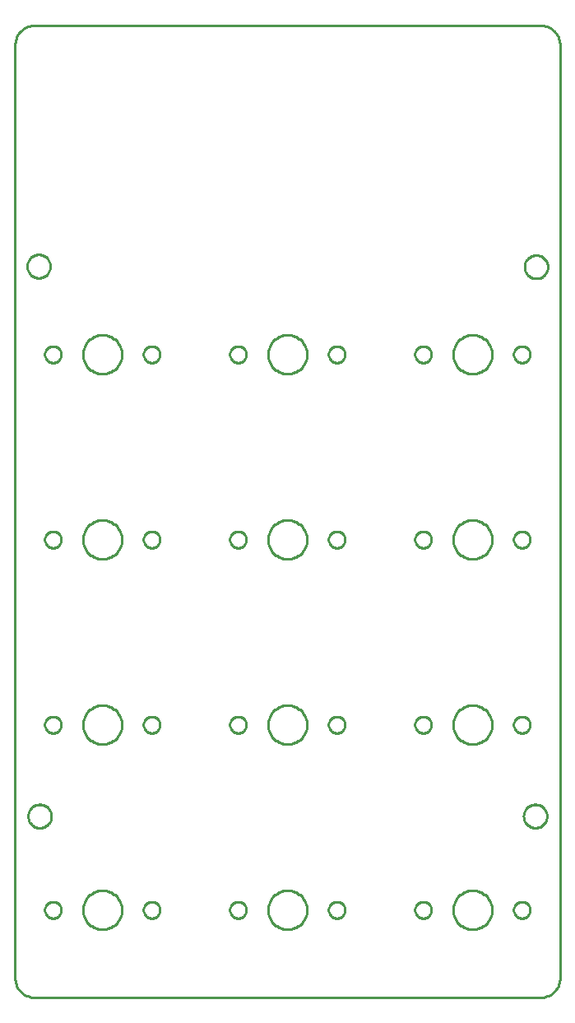
<source format=gko>
G04 EAGLE Gerber RS-274X export*
G75*
%MOMM*%
%FSLAX34Y34*%
%LPD*%
%IN*%
%IPPOS*%
%AMOC8*
5,1,8,0,0,1.08239X$1,22.5*%
G01*
%ADD10C,0.254000*%


D10*
X100500Y-641500D02*
X100576Y-643243D01*
X100804Y-644973D01*
X101181Y-646676D01*
X101706Y-648340D01*
X102374Y-649952D01*
X103180Y-651500D01*
X104117Y-652972D01*
X105179Y-654356D01*
X106358Y-655642D01*
X107644Y-656821D01*
X109028Y-657883D01*
X110500Y-658821D01*
X112048Y-659626D01*
X113660Y-660294D01*
X115324Y-660819D01*
X117027Y-661196D01*
X118757Y-661424D01*
X120500Y-661500D01*
X641500Y-661500D01*
X643243Y-661424D01*
X644973Y-661196D01*
X646676Y-660819D01*
X648340Y-660294D01*
X649952Y-659626D01*
X651500Y-658821D01*
X652972Y-657883D01*
X654356Y-656821D01*
X655642Y-655642D01*
X656821Y-654356D01*
X657883Y-652972D01*
X658821Y-651500D01*
X659626Y-649952D01*
X660294Y-648340D01*
X660819Y-646676D01*
X661196Y-644973D01*
X661424Y-643243D01*
X661500Y-641500D01*
X661500Y318300D01*
X661424Y320043D01*
X661196Y321773D01*
X660819Y323476D01*
X660294Y325140D01*
X659626Y326752D01*
X658821Y328300D01*
X657883Y329772D01*
X656821Y331156D01*
X655642Y332442D01*
X654356Y333621D01*
X652972Y334683D01*
X651500Y335621D01*
X649952Y336426D01*
X648340Y337094D01*
X646676Y337619D01*
X644973Y337996D01*
X643243Y338224D01*
X641500Y338300D01*
X120500Y338300D01*
X118757Y338224D01*
X117027Y337996D01*
X115324Y337619D01*
X113660Y337094D01*
X112048Y336426D01*
X110500Y335621D01*
X109028Y334683D01*
X107644Y333621D01*
X106358Y332442D01*
X105179Y331156D01*
X104117Y329772D01*
X103180Y328300D01*
X102374Y326752D01*
X101706Y325140D01*
X101181Y323476D01*
X100804Y321773D01*
X100576Y320043D01*
X100500Y318300D01*
X100500Y-641500D01*
X210500Y-604D02*
X210427Y-1811D01*
X210281Y-3011D01*
X210063Y-4200D01*
X209774Y-5373D01*
X209415Y-6527D01*
X208986Y-7657D01*
X208490Y-8759D01*
X207928Y-9830D01*
X207303Y-10864D01*
X206616Y-11859D01*
X205871Y-12810D01*
X205069Y-13715D01*
X204215Y-14569D01*
X203310Y-15371D01*
X202359Y-16116D01*
X201364Y-16803D01*
X200330Y-17428D01*
X199259Y-17990D01*
X198157Y-18486D01*
X197027Y-18915D01*
X195873Y-19274D01*
X194700Y-19563D01*
X193511Y-19781D01*
X192311Y-19927D01*
X191104Y-20000D01*
X189896Y-20000D01*
X188689Y-19927D01*
X187489Y-19781D01*
X186300Y-19563D01*
X185127Y-19274D01*
X183973Y-18915D01*
X182843Y-18486D01*
X181741Y-17990D01*
X180670Y-17428D01*
X179636Y-16803D01*
X178641Y-16116D01*
X177690Y-15371D01*
X176785Y-14569D01*
X175931Y-13715D01*
X175129Y-12810D01*
X174384Y-11859D01*
X173697Y-10864D01*
X173072Y-9830D01*
X172510Y-8759D01*
X172014Y-7657D01*
X171585Y-6527D01*
X171226Y-5373D01*
X170937Y-4200D01*
X170719Y-3011D01*
X170573Y-1811D01*
X170500Y-604D01*
X170500Y604D01*
X170573Y1811D01*
X170719Y3011D01*
X170937Y4200D01*
X171226Y5373D01*
X171585Y6527D01*
X172014Y7657D01*
X172510Y8759D01*
X173072Y9830D01*
X173697Y10864D01*
X174384Y11859D01*
X175129Y12810D01*
X175931Y13715D01*
X176785Y14569D01*
X177690Y15371D01*
X178641Y16116D01*
X179636Y16803D01*
X180670Y17428D01*
X181741Y17990D01*
X182843Y18486D01*
X183973Y18915D01*
X185127Y19274D01*
X186300Y19563D01*
X187489Y19781D01*
X188689Y19927D01*
X189896Y20000D01*
X191104Y20000D01*
X192311Y19927D01*
X193511Y19781D01*
X194700Y19563D01*
X195873Y19274D01*
X197027Y18915D01*
X198157Y18486D01*
X199259Y17990D01*
X200330Y17428D01*
X201364Y16803D01*
X202359Y16116D01*
X203310Y15371D01*
X204215Y14569D01*
X205069Y13715D01*
X205871Y12810D01*
X206616Y11859D01*
X207303Y10864D01*
X207928Y9830D01*
X208490Y8759D01*
X208986Y7657D01*
X209415Y6527D01*
X209774Y5373D01*
X210063Y4200D01*
X210281Y3011D01*
X210427Y1811D01*
X210500Y604D01*
X210500Y-604D01*
X148200Y-371D02*
X148135Y-1111D01*
X148006Y-1842D01*
X147814Y-2558D01*
X147560Y-3256D01*
X147247Y-3929D01*
X146876Y-4571D01*
X146450Y-5179D01*
X145973Y-5748D01*
X145448Y-6273D01*
X144879Y-6750D01*
X144271Y-7176D01*
X143629Y-7547D01*
X142956Y-7860D01*
X142258Y-8114D01*
X141542Y-8306D01*
X140811Y-8435D01*
X140071Y-8500D01*
X139329Y-8500D01*
X138589Y-8435D01*
X137859Y-8306D01*
X137142Y-8114D01*
X136444Y-7860D01*
X135771Y-7547D01*
X135129Y-7176D01*
X134521Y-6750D01*
X133952Y-6273D01*
X133427Y-5748D01*
X132950Y-5179D01*
X132524Y-4571D01*
X132153Y-3929D01*
X131840Y-3256D01*
X131586Y-2558D01*
X131394Y-1842D01*
X131265Y-1111D01*
X131200Y-371D01*
X131200Y371D01*
X131265Y1111D01*
X131394Y1842D01*
X131586Y2558D01*
X131840Y3256D01*
X132153Y3929D01*
X132524Y4571D01*
X132950Y5179D01*
X133427Y5748D01*
X133952Y6273D01*
X134521Y6750D01*
X135129Y7176D01*
X135771Y7547D01*
X136444Y7860D01*
X137142Y8114D01*
X137859Y8306D01*
X138589Y8435D01*
X139329Y8500D01*
X140071Y8500D01*
X140811Y8435D01*
X141542Y8306D01*
X142258Y8114D01*
X142956Y7860D01*
X143629Y7547D01*
X144271Y7176D01*
X144879Y6750D01*
X145448Y6273D01*
X145973Y5748D01*
X146450Y5179D01*
X146876Y4571D01*
X147247Y3929D01*
X147560Y3256D01*
X147814Y2558D01*
X148006Y1842D01*
X148135Y1111D01*
X148200Y371D01*
X148200Y-371D01*
X249800Y-371D02*
X249735Y-1111D01*
X249606Y-1842D01*
X249414Y-2558D01*
X249160Y-3256D01*
X248847Y-3929D01*
X248476Y-4571D01*
X248050Y-5179D01*
X247573Y-5748D01*
X247048Y-6273D01*
X246479Y-6750D01*
X245871Y-7176D01*
X245229Y-7547D01*
X244556Y-7860D01*
X243858Y-8114D01*
X243142Y-8306D01*
X242411Y-8435D01*
X241671Y-8500D01*
X240929Y-8500D01*
X240189Y-8435D01*
X239459Y-8306D01*
X238742Y-8114D01*
X238044Y-7860D01*
X237371Y-7547D01*
X236729Y-7176D01*
X236121Y-6750D01*
X235552Y-6273D01*
X235027Y-5748D01*
X234550Y-5179D01*
X234124Y-4571D01*
X233753Y-3929D01*
X233440Y-3256D01*
X233186Y-2558D01*
X232994Y-1842D01*
X232865Y-1111D01*
X232800Y-371D01*
X232800Y371D01*
X232865Y1111D01*
X232994Y1842D01*
X233186Y2558D01*
X233440Y3256D01*
X233753Y3929D01*
X234124Y4571D01*
X234550Y5179D01*
X235027Y5748D01*
X235552Y6273D01*
X236121Y6750D01*
X236729Y7176D01*
X237371Y7547D01*
X238044Y7860D01*
X238742Y8114D01*
X239459Y8306D01*
X240189Y8435D01*
X240929Y8500D01*
X241671Y8500D01*
X242411Y8435D01*
X243142Y8306D01*
X243858Y8114D01*
X244556Y7860D01*
X245229Y7547D01*
X245871Y7176D01*
X246479Y6750D01*
X247048Y6273D01*
X247573Y5748D01*
X248050Y5179D01*
X248476Y4571D01*
X248847Y3929D01*
X249160Y3256D01*
X249414Y2558D01*
X249606Y1842D01*
X249735Y1111D01*
X249800Y371D01*
X249800Y-371D01*
X401000Y-604D02*
X400927Y-1811D01*
X400781Y-3011D01*
X400563Y-4200D01*
X400274Y-5373D01*
X399915Y-6527D01*
X399486Y-7657D01*
X398990Y-8759D01*
X398428Y-9830D01*
X397803Y-10864D01*
X397116Y-11859D01*
X396371Y-12810D01*
X395569Y-13715D01*
X394715Y-14569D01*
X393810Y-15371D01*
X392859Y-16116D01*
X391864Y-16803D01*
X390830Y-17428D01*
X389759Y-17990D01*
X388657Y-18486D01*
X387527Y-18915D01*
X386373Y-19274D01*
X385200Y-19563D01*
X384011Y-19781D01*
X382811Y-19927D01*
X381604Y-20000D01*
X380396Y-20000D01*
X379189Y-19927D01*
X377989Y-19781D01*
X376800Y-19563D01*
X375627Y-19274D01*
X374473Y-18915D01*
X373343Y-18486D01*
X372241Y-17990D01*
X371170Y-17428D01*
X370136Y-16803D01*
X369141Y-16116D01*
X368190Y-15371D01*
X367285Y-14569D01*
X366431Y-13715D01*
X365629Y-12810D01*
X364884Y-11859D01*
X364197Y-10864D01*
X363572Y-9830D01*
X363010Y-8759D01*
X362514Y-7657D01*
X362085Y-6527D01*
X361726Y-5373D01*
X361437Y-4200D01*
X361219Y-3011D01*
X361073Y-1811D01*
X361000Y-604D01*
X361000Y604D01*
X361073Y1811D01*
X361219Y3011D01*
X361437Y4200D01*
X361726Y5373D01*
X362085Y6527D01*
X362514Y7657D01*
X363010Y8759D01*
X363572Y9830D01*
X364197Y10864D01*
X364884Y11859D01*
X365629Y12810D01*
X366431Y13715D01*
X367285Y14569D01*
X368190Y15371D01*
X369141Y16116D01*
X370136Y16803D01*
X371170Y17428D01*
X372241Y17990D01*
X373343Y18486D01*
X374473Y18915D01*
X375627Y19274D01*
X376800Y19563D01*
X377989Y19781D01*
X379189Y19927D01*
X380396Y20000D01*
X381604Y20000D01*
X382811Y19927D01*
X384011Y19781D01*
X385200Y19563D01*
X386373Y19274D01*
X387527Y18915D01*
X388657Y18486D01*
X389759Y17990D01*
X390830Y17428D01*
X391864Y16803D01*
X392859Y16116D01*
X393810Y15371D01*
X394715Y14569D01*
X395569Y13715D01*
X396371Y12810D01*
X397116Y11859D01*
X397803Y10864D01*
X398428Y9830D01*
X398990Y8759D01*
X399486Y7657D01*
X399915Y6527D01*
X400274Y5373D01*
X400563Y4200D01*
X400781Y3011D01*
X400927Y1811D01*
X401000Y604D01*
X401000Y-604D01*
X338700Y-371D02*
X338635Y-1111D01*
X338506Y-1842D01*
X338314Y-2558D01*
X338060Y-3256D01*
X337747Y-3929D01*
X337376Y-4571D01*
X336950Y-5179D01*
X336473Y-5748D01*
X335948Y-6273D01*
X335379Y-6750D01*
X334771Y-7176D01*
X334129Y-7547D01*
X333456Y-7860D01*
X332758Y-8114D01*
X332042Y-8306D01*
X331311Y-8435D01*
X330571Y-8500D01*
X329829Y-8500D01*
X329089Y-8435D01*
X328359Y-8306D01*
X327642Y-8114D01*
X326944Y-7860D01*
X326271Y-7547D01*
X325629Y-7176D01*
X325021Y-6750D01*
X324452Y-6273D01*
X323927Y-5748D01*
X323450Y-5179D01*
X323024Y-4571D01*
X322653Y-3929D01*
X322340Y-3256D01*
X322086Y-2558D01*
X321894Y-1842D01*
X321765Y-1111D01*
X321700Y-371D01*
X321700Y371D01*
X321765Y1111D01*
X321894Y1842D01*
X322086Y2558D01*
X322340Y3256D01*
X322653Y3929D01*
X323024Y4571D01*
X323450Y5179D01*
X323927Y5748D01*
X324452Y6273D01*
X325021Y6750D01*
X325629Y7176D01*
X326271Y7547D01*
X326944Y7860D01*
X327642Y8114D01*
X328359Y8306D01*
X329089Y8435D01*
X329829Y8500D01*
X330571Y8500D01*
X331311Y8435D01*
X332042Y8306D01*
X332758Y8114D01*
X333456Y7860D01*
X334129Y7547D01*
X334771Y7176D01*
X335379Y6750D01*
X335948Y6273D01*
X336473Y5748D01*
X336950Y5179D01*
X337376Y4571D01*
X337747Y3929D01*
X338060Y3256D01*
X338314Y2558D01*
X338506Y1842D01*
X338635Y1111D01*
X338700Y371D01*
X338700Y-371D01*
X440300Y-371D02*
X440235Y-1111D01*
X440106Y-1842D01*
X439914Y-2558D01*
X439660Y-3256D01*
X439347Y-3929D01*
X438976Y-4571D01*
X438550Y-5179D01*
X438073Y-5748D01*
X437548Y-6273D01*
X436979Y-6750D01*
X436371Y-7176D01*
X435729Y-7547D01*
X435056Y-7860D01*
X434358Y-8114D01*
X433642Y-8306D01*
X432911Y-8435D01*
X432171Y-8500D01*
X431429Y-8500D01*
X430689Y-8435D01*
X429959Y-8306D01*
X429242Y-8114D01*
X428544Y-7860D01*
X427871Y-7547D01*
X427229Y-7176D01*
X426621Y-6750D01*
X426052Y-6273D01*
X425527Y-5748D01*
X425050Y-5179D01*
X424624Y-4571D01*
X424253Y-3929D01*
X423940Y-3256D01*
X423686Y-2558D01*
X423494Y-1842D01*
X423365Y-1111D01*
X423300Y-371D01*
X423300Y371D01*
X423365Y1111D01*
X423494Y1842D01*
X423686Y2558D01*
X423940Y3256D01*
X424253Y3929D01*
X424624Y4571D01*
X425050Y5179D01*
X425527Y5748D01*
X426052Y6273D01*
X426621Y6750D01*
X427229Y7176D01*
X427871Y7547D01*
X428544Y7860D01*
X429242Y8114D01*
X429959Y8306D01*
X430689Y8435D01*
X431429Y8500D01*
X432171Y8500D01*
X432911Y8435D01*
X433642Y8306D01*
X434358Y8114D01*
X435056Y7860D01*
X435729Y7547D01*
X436371Y7176D01*
X436979Y6750D01*
X437548Y6273D01*
X438073Y5748D01*
X438550Y5179D01*
X438976Y4571D01*
X439347Y3929D01*
X439660Y3256D01*
X439914Y2558D01*
X440106Y1842D01*
X440235Y1111D01*
X440300Y371D01*
X440300Y-371D01*
X591500Y-604D02*
X591427Y-1811D01*
X591281Y-3011D01*
X591063Y-4200D01*
X590774Y-5373D01*
X590415Y-6527D01*
X589986Y-7657D01*
X589490Y-8759D01*
X588928Y-9830D01*
X588303Y-10864D01*
X587616Y-11859D01*
X586871Y-12810D01*
X586069Y-13715D01*
X585215Y-14569D01*
X584310Y-15371D01*
X583359Y-16116D01*
X582364Y-16803D01*
X581330Y-17428D01*
X580259Y-17990D01*
X579157Y-18486D01*
X578027Y-18915D01*
X576873Y-19274D01*
X575700Y-19563D01*
X574511Y-19781D01*
X573311Y-19927D01*
X572104Y-20000D01*
X570896Y-20000D01*
X569689Y-19927D01*
X568489Y-19781D01*
X567300Y-19563D01*
X566127Y-19274D01*
X564973Y-18915D01*
X563843Y-18486D01*
X562741Y-17990D01*
X561670Y-17428D01*
X560636Y-16803D01*
X559641Y-16116D01*
X558690Y-15371D01*
X557785Y-14569D01*
X556931Y-13715D01*
X556129Y-12810D01*
X555384Y-11859D01*
X554697Y-10864D01*
X554072Y-9830D01*
X553510Y-8759D01*
X553014Y-7657D01*
X552585Y-6527D01*
X552226Y-5373D01*
X551937Y-4200D01*
X551719Y-3011D01*
X551573Y-1811D01*
X551500Y-604D01*
X551500Y604D01*
X551573Y1811D01*
X551719Y3011D01*
X551937Y4200D01*
X552226Y5373D01*
X552585Y6527D01*
X553014Y7657D01*
X553510Y8759D01*
X554072Y9830D01*
X554697Y10864D01*
X555384Y11859D01*
X556129Y12810D01*
X556931Y13715D01*
X557785Y14569D01*
X558690Y15371D01*
X559641Y16116D01*
X560636Y16803D01*
X561670Y17428D01*
X562741Y17990D01*
X563843Y18486D01*
X564973Y18915D01*
X566127Y19274D01*
X567300Y19563D01*
X568489Y19781D01*
X569689Y19927D01*
X570896Y20000D01*
X572104Y20000D01*
X573311Y19927D01*
X574511Y19781D01*
X575700Y19563D01*
X576873Y19274D01*
X578027Y18915D01*
X579157Y18486D01*
X580259Y17990D01*
X581330Y17428D01*
X582364Y16803D01*
X583359Y16116D01*
X584310Y15371D01*
X585215Y14569D01*
X586069Y13715D01*
X586871Y12810D01*
X587616Y11859D01*
X588303Y10864D01*
X588928Y9830D01*
X589490Y8759D01*
X589986Y7657D01*
X590415Y6527D01*
X590774Y5373D01*
X591063Y4200D01*
X591281Y3011D01*
X591427Y1811D01*
X591500Y604D01*
X591500Y-604D01*
X529200Y-371D02*
X529135Y-1111D01*
X529006Y-1842D01*
X528814Y-2558D01*
X528560Y-3256D01*
X528247Y-3929D01*
X527876Y-4571D01*
X527450Y-5179D01*
X526973Y-5748D01*
X526448Y-6273D01*
X525879Y-6750D01*
X525271Y-7176D01*
X524629Y-7547D01*
X523956Y-7860D01*
X523258Y-8114D01*
X522542Y-8306D01*
X521811Y-8435D01*
X521071Y-8500D01*
X520329Y-8500D01*
X519589Y-8435D01*
X518859Y-8306D01*
X518142Y-8114D01*
X517444Y-7860D01*
X516771Y-7547D01*
X516129Y-7176D01*
X515521Y-6750D01*
X514952Y-6273D01*
X514427Y-5748D01*
X513950Y-5179D01*
X513524Y-4571D01*
X513153Y-3929D01*
X512840Y-3256D01*
X512586Y-2558D01*
X512394Y-1842D01*
X512265Y-1111D01*
X512200Y-371D01*
X512200Y371D01*
X512265Y1111D01*
X512394Y1842D01*
X512586Y2558D01*
X512840Y3256D01*
X513153Y3929D01*
X513524Y4571D01*
X513950Y5179D01*
X514427Y5748D01*
X514952Y6273D01*
X515521Y6750D01*
X516129Y7176D01*
X516771Y7547D01*
X517444Y7860D01*
X518142Y8114D01*
X518859Y8306D01*
X519589Y8435D01*
X520329Y8500D01*
X521071Y8500D01*
X521811Y8435D01*
X522542Y8306D01*
X523258Y8114D01*
X523956Y7860D01*
X524629Y7547D01*
X525271Y7176D01*
X525879Y6750D01*
X526448Y6273D01*
X526973Y5748D01*
X527450Y5179D01*
X527876Y4571D01*
X528247Y3929D01*
X528560Y3256D01*
X528814Y2558D01*
X529006Y1842D01*
X529135Y1111D01*
X529200Y371D01*
X529200Y-371D01*
X630800Y-371D02*
X630735Y-1111D01*
X630606Y-1842D01*
X630414Y-2558D01*
X630160Y-3256D01*
X629847Y-3929D01*
X629476Y-4571D01*
X629050Y-5179D01*
X628573Y-5748D01*
X628048Y-6273D01*
X627479Y-6750D01*
X626871Y-7176D01*
X626229Y-7547D01*
X625556Y-7860D01*
X624858Y-8114D01*
X624142Y-8306D01*
X623411Y-8435D01*
X622671Y-8500D01*
X621929Y-8500D01*
X621189Y-8435D01*
X620459Y-8306D01*
X619742Y-8114D01*
X619044Y-7860D01*
X618371Y-7547D01*
X617729Y-7176D01*
X617121Y-6750D01*
X616552Y-6273D01*
X616027Y-5748D01*
X615550Y-5179D01*
X615124Y-4571D01*
X614753Y-3929D01*
X614440Y-3256D01*
X614186Y-2558D01*
X613994Y-1842D01*
X613865Y-1111D01*
X613800Y-371D01*
X613800Y371D01*
X613865Y1111D01*
X613994Y1842D01*
X614186Y2558D01*
X614440Y3256D01*
X614753Y3929D01*
X615124Y4571D01*
X615550Y5179D01*
X616027Y5748D01*
X616552Y6273D01*
X617121Y6750D01*
X617729Y7176D01*
X618371Y7547D01*
X619044Y7860D01*
X619742Y8114D01*
X620459Y8306D01*
X621189Y8435D01*
X621929Y8500D01*
X622671Y8500D01*
X623411Y8435D01*
X624142Y8306D01*
X624858Y8114D01*
X625556Y7860D01*
X626229Y7547D01*
X626871Y7176D01*
X627479Y6750D01*
X628048Y6273D01*
X628573Y5748D01*
X629050Y5179D01*
X629476Y4571D01*
X629847Y3929D01*
X630160Y3256D01*
X630414Y2558D01*
X630606Y1842D01*
X630735Y1111D01*
X630800Y371D01*
X630800Y-371D01*
X210500Y-191104D02*
X210427Y-192311D01*
X210281Y-193511D01*
X210063Y-194700D01*
X209774Y-195873D01*
X209415Y-197027D01*
X208986Y-198157D01*
X208490Y-199259D01*
X207928Y-200330D01*
X207303Y-201364D01*
X206616Y-202359D01*
X205871Y-203310D01*
X205069Y-204215D01*
X204215Y-205069D01*
X203310Y-205871D01*
X202359Y-206616D01*
X201364Y-207303D01*
X200330Y-207928D01*
X199259Y-208490D01*
X198157Y-208986D01*
X197027Y-209415D01*
X195873Y-209774D01*
X194700Y-210063D01*
X193511Y-210281D01*
X192311Y-210427D01*
X191104Y-210500D01*
X189896Y-210500D01*
X188689Y-210427D01*
X187489Y-210281D01*
X186300Y-210063D01*
X185127Y-209774D01*
X183973Y-209415D01*
X182843Y-208986D01*
X181741Y-208490D01*
X180670Y-207928D01*
X179636Y-207303D01*
X178641Y-206616D01*
X177690Y-205871D01*
X176785Y-205069D01*
X175931Y-204215D01*
X175129Y-203310D01*
X174384Y-202359D01*
X173697Y-201364D01*
X173072Y-200330D01*
X172510Y-199259D01*
X172014Y-198157D01*
X171585Y-197027D01*
X171226Y-195873D01*
X170937Y-194700D01*
X170719Y-193511D01*
X170573Y-192311D01*
X170500Y-191104D01*
X170500Y-189896D01*
X170573Y-188689D01*
X170719Y-187489D01*
X170937Y-186300D01*
X171226Y-185127D01*
X171585Y-183973D01*
X172014Y-182843D01*
X172510Y-181741D01*
X173072Y-180670D01*
X173697Y-179636D01*
X174384Y-178641D01*
X175129Y-177690D01*
X175931Y-176785D01*
X176785Y-175931D01*
X177690Y-175129D01*
X178641Y-174384D01*
X179636Y-173697D01*
X180670Y-173072D01*
X181741Y-172510D01*
X182843Y-172014D01*
X183973Y-171585D01*
X185127Y-171226D01*
X186300Y-170937D01*
X187489Y-170719D01*
X188689Y-170573D01*
X189896Y-170500D01*
X191104Y-170500D01*
X192311Y-170573D01*
X193511Y-170719D01*
X194700Y-170937D01*
X195873Y-171226D01*
X197027Y-171585D01*
X198157Y-172014D01*
X199259Y-172510D01*
X200330Y-173072D01*
X201364Y-173697D01*
X202359Y-174384D01*
X203310Y-175129D01*
X204215Y-175931D01*
X205069Y-176785D01*
X205871Y-177690D01*
X206616Y-178641D01*
X207303Y-179636D01*
X207928Y-180670D01*
X208490Y-181741D01*
X208986Y-182843D01*
X209415Y-183973D01*
X209774Y-185127D01*
X210063Y-186300D01*
X210281Y-187489D01*
X210427Y-188689D01*
X210500Y-189896D01*
X210500Y-191104D01*
X148200Y-190871D02*
X148135Y-191611D01*
X148006Y-192342D01*
X147814Y-193058D01*
X147560Y-193756D01*
X147247Y-194429D01*
X146876Y-195071D01*
X146450Y-195679D01*
X145973Y-196248D01*
X145448Y-196773D01*
X144879Y-197250D01*
X144271Y-197676D01*
X143629Y-198047D01*
X142956Y-198360D01*
X142258Y-198614D01*
X141542Y-198806D01*
X140811Y-198935D01*
X140071Y-199000D01*
X139329Y-199000D01*
X138589Y-198935D01*
X137859Y-198806D01*
X137142Y-198614D01*
X136444Y-198360D01*
X135771Y-198047D01*
X135129Y-197676D01*
X134521Y-197250D01*
X133952Y-196773D01*
X133427Y-196248D01*
X132950Y-195679D01*
X132524Y-195071D01*
X132153Y-194429D01*
X131840Y-193756D01*
X131586Y-193058D01*
X131394Y-192342D01*
X131265Y-191611D01*
X131200Y-190871D01*
X131200Y-190129D01*
X131265Y-189389D01*
X131394Y-188659D01*
X131586Y-187942D01*
X131840Y-187244D01*
X132153Y-186571D01*
X132524Y-185929D01*
X132950Y-185321D01*
X133427Y-184752D01*
X133952Y-184227D01*
X134521Y-183750D01*
X135129Y-183324D01*
X135771Y-182953D01*
X136444Y-182640D01*
X137142Y-182386D01*
X137859Y-182194D01*
X138589Y-182065D01*
X139329Y-182000D01*
X140071Y-182000D01*
X140811Y-182065D01*
X141542Y-182194D01*
X142258Y-182386D01*
X142956Y-182640D01*
X143629Y-182953D01*
X144271Y-183324D01*
X144879Y-183750D01*
X145448Y-184227D01*
X145973Y-184752D01*
X146450Y-185321D01*
X146876Y-185929D01*
X147247Y-186571D01*
X147560Y-187244D01*
X147814Y-187942D01*
X148006Y-188659D01*
X148135Y-189389D01*
X148200Y-190129D01*
X148200Y-190871D01*
X249800Y-190871D02*
X249735Y-191611D01*
X249606Y-192342D01*
X249414Y-193058D01*
X249160Y-193756D01*
X248847Y-194429D01*
X248476Y-195071D01*
X248050Y-195679D01*
X247573Y-196248D01*
X247048Y-196773D01*
X246479Y-197250D01*
X245871Y-197676D01*
X245229Y-198047D01*
X244556Y-198360D01*
X243858Y-198614D01*
X243142Y-198806D01*
X242411Y-198935D01*
X241671Y-199000D01*
X240929Y-199000D01*
X240189Y-198935D01*
X239459Y-198806D01*
X238742Y-198614D01*
X238044Y-198360D01*
X237371Y-198047D01*
X236729Y-197676D01*
X236121Y-197250D01*
X235552Y-196773D01*
X235027Y-196248D01*
X234550Y-195679D01*
X234124Y-195071D01*
X233753Y-194429D01*
X233440Y-193756D01*
X233186Y-193058D01*
X232994Y-192342D01*
X232865Y-191611D01*
X232800Y-190871D01*
X232800Y-190129D01*
X232865Y-189389D01*
X232994Y-188659D01*
X233186Y-187942D01*
X233440Y-187244D01*
X233753Y-186571D01*
X234124Y-185929D01*
X234550Y-185321D01*
X235027Y-184752D01*
X235552Y-184227D01*
X236121Y-183750D01*
X236729Y-183324D01*
X237371Y-182953D01*
X238044Y-182640D01*
X238742Y-182386D01*
X239459Y-182194D01*
X240189Y-182065D01*
X240929Y-182000D01*
X241671Y-182000D01*
X242411Y-182065D01*
X243142Y-182194D01*
X243858Y-182386D01*
X244556Y-182640D01*
X245229Y-182953D01*
X245871Y-183324D01*
X246479Y-183750D01*
X247048Y-184227D01*
X247573Y-184752D01*
X248050Y-185321D01*
X248476Y-185929D01*
X248847Y-186571D01*
X249160Y-187244D01*
X249414Y-187942D01*
X249606Y-188659D01*
X249735Y-189389D01*
X249800Y-190129D01*
X249800Y-190871D01*
X401000Y-191104D02*
X400927Y-192311D01*
X400781Y-193511D01*
X400563Y-194700D01*
X400274Y-195873D01*
X399915Y-197027D01*
X399486Y-198157D01*
X398990Y-199259D01*
X398428Y-200330D01*
X397803Y-201364D01*
X397116Y-202359D01*
X396371Y-203310D01*
X395569Y-204215D01*
X394715Y-205069D01*
X393810Y-205871D01*
X392859Y-206616D01*
X391864Y-207303D01*
X390830Y-207928D01*
X389759Y-208490D01*
X388657Y-208986D01*
X387527Y-209415D01*
X386373Y-209774D01*
X385200Y-210063D01*
X384011Y-210281D01*
X382811Y-210427D01*
X381604Y-210500D01*
X380396Y-210500D01*
X379189Y-210427D01*
X377989Y-210281D01*
X376800Y-210063D01*
X375627Y-209774D01*
X374473Y-209415D01*
X373343Y-208986D01*
X372241Y-208490D01*
X371170Y-207928D01*
X370136Y-207303D01*
X369141Y-206616D01*
X368190Y-205871D01*
X367285Y-205069D01*
X366431Y-204215D01*
X365629Y-203310D01*
X364884Y-202359D01*
X364197Y-201364D01*
X363572Y-200330D01*
X363010Y-199259D01*
X362514Y-198157D01*
X362085Y-197027D01*
X361726Y-195873D01*
X361437Y-194700D01*
X361219Y-193511D01*
X361073Y-192311D01*
X361000Y-191104D01*
X361000Y-189896D01*
X361073Y-188689D01*
X361219Y-187489D01*
X361437Y-186300D01*
X361726Y-185127D01*
X362085Y-183973D01*
X362514Y-182843D01*
X363010Y-181741D01*
X363572Y-180670D01*
X364197Y-179636D01*
X364884Y-178641D01*
X365629Y-177690D01*
X366431Y-176785D01*
X367285Y-175931D01*
X368190Y-175129D01*
X369141Y-174384D01*
X370136Y-173697D01*
X371170Y-173072D01*
X372241Y-172510D01*
X373343Y-172014D01*
X374473Y-171585D01*
X375627Y-171226D01*
X376800Y-170937D01*
X377989Y-170719D01*
X379189Y-170573D01*
X380396Y-170500D01*
X381604Y-170500D01*
X382811Y-170573D01*
X384011Y-170719D01*
X385200Y-170937D01*
X386373Y-171226D01*
X387527Y-171585D01*
X388657Y-172014D01*
X389759Y-172510D01*
X390830Y-173072D01*
X391864Y-173697D01*
X392859Y-174384D01*
X393810Y-175129D01*
X394715Y-175931D01*
X395569Y-176785D01*
X396371Y-177690D01*
X397116Y-178641D01*
X397803Y-179636D01*
X398428Y-180670D01*
X398990Y-181741D01*
X399486Y-182843D01*
X399915Y-183973D01*
X400274Y-185127D01*
X400563Y-186300D01*
X400781Y-187489D01*
X400927Y-188689D01*
X401000Y-189896D01*
X401000Y-191104D01*
X338700Y-190871D02*
X338635Y-191611D01*
X338506Y-192342D01*
X338314Y-193058D01*
X338060Y-193756D01*
X337747Y-194429D01*
X337376Y-195071D01*
X336950Y-195679D01*
X336473Y-196248D01*
X335948Y-196773D01*
X335379Y-197250D01*
X334771Y-197676D01*
X334129Y-198047D01*
X333456Y-198360D01*
X332758Y-198614D01*
X332042Y-198806D01*
X331311Y-198935D01*
X330571Y-199000D01*
X329829Y-199000D01*
X329089Y-198935D01*
X328359Y-198806D01*
X327642Y-198614D01*
X326944Y-198360D01*
X326271Y-198047D01*
X325629Y-197676D01*
X325021Y-197250D01*
X324452Y-196773D01*
X323927Y-196248D01*
X323450Y-195679D01*
X323024Y-195071D01*
X322653Y-194429D01*
X322340Y-193756D01*
X322086Y-193058D01*
X321894Y-192342D01*
X321765Y-191611D01*
X321700Y-190871D01*
X321700Y-190129D01*
X321765Y-189389D01*
X321894Y-188659D01*
X322086Y-187942D01*
X322340Y-187244D01*
X322653Y-186571D01*
X323024Y-185929D01*
X323450Y-185321D01*
X323927Y-184752D01*
X324452Y-184227D01*
X325021Y-183750D01*
X325629Y-183324D01*
X326271Y-182953D01*
X326944Y-182640D01*
X327642Y-182386D01*
X328359Y-182194D01*
X329089Y-182065D01*
X329829Y-182000D01*
X330571Y-182000D01*
X331311Y-182065D01*
X332042Y-182194D01*
X332758Y-182386D01*
X333456Y-182640D01*
X334129Y-182953D01*
X334771Y-183324D01*
X335379Y-183750D01*
X335948Y-184227D01*
X336473Y-184752D01*
X336950Y-185321D01*
X337376Y-185929D01*
X337747Y-186571D01*
X338060Y-187244D01*
X338314Y-187942D01*
X338506Y-188659D01*
X338635Y-189389D01*
X338700Y-190129D01*
X338700Y-190871D01*
X440300Y-190871D02*
X440235Y-191611D01*
X440106Y-192342D01*
X439914Y-193058D01*
X439660Y-193756D01*
X439347Y-194429D01*
X438976Y-195071D01*
X438550Y-195679D01*
X438073Y-196248D01*
X437548Y-196773D01*
X436979Y-197250D01*
X436371Y-197676D01*
X435729Y-198047D01*
X435056Y-198360D01*
X434358Y-198614D01*
X433642Y-198806D01*
X432911Y-198935D01*
X432171Y-199000D01*
X431429Y-199000D01*
X430689Y-198935D01*
X429959Y-198806D01*
X429242Y-198614D01*
X428544Y-198360D01*
X427871Y-198047D01*
X427229Y-197676D01*
X426621Y-197250D01*
X426052Y-196773D01*
X425527Y-196248D01*
X425050Y-195679D01*
X424624Y-195071D01*
X424253Y-194429D01*
X423940Y-193756D01*
X423686Y-193058D01*
X423494Y-192342D01*
X423365Y-191611D01*
X423300Y-190871D01*
X423300Y-190129D01*
X423365Y-189389D01*
X423494Y-188659D01*
X423686Y-187942D01*
X423940Y-187244D01*
X424253Y-186571D01*
X424624Y-185929D01*
X425050Y-185321D01*
X425527Y-184752D01*
X426052Y-184227D01*
X426621Y-183750D01*
X427229Y-183324D01*
X427871Y-182953D01*
X428544Y-182640D01*
X429242Y-182386D01*
X429959Y-182194D01*
X430689Y-182065D01*
X431429Y-182000D01*
X432171Y-182000D01*
X432911Y-182065D01*
X433642Y-182194D01*
X434358Y-182386D01*
X435056Y-182640D01*
X435729Y-182953D01*
X436371Y-183324D01*
X436979Y-183750D01*
X437548Y-184227D01*
X438073Y-184752D01*
X438550Y-185321D01*
X438976Y-185929D01*
X439347Y-186571D01*
X439660Y-187244D01*
X439914Y-187942D01*
X440106Y-188659D01*
X440235Y-189389D01*
X440300Y-190129D01*
X440300Y-190871D01*
X591500Y-191104D02*
X591427Y-192311D01*
X591281Y-193511D01*
X591063Y-194700D01*
X590774Y-195873D01*
X590415Y-197027D01*
X589986Y-198157D01*
X589490Y-199259D01*
X588928Y-200330D01*
X588303Y-201364D01*
X587616Y-202359D01*
X586871Y-203310D01*
X586069Y-204215D01*
X585215Y-205069D01*
X584310Y-205871D01*
X583359Y-206616D01*
X582364Y-207303D01*
X581330Y-207928D01*
X580259Y-208490D01*
X579157Y-208986D01*
X578027Y-209415D01*
X576873Y-209774D01*
X575700Y-210063D01*
X574511Y-210281D01*
X573311Y-210427D01*
X572104Y-210500D01*
X570896Y-210500D01*
X569689Y-210427D01*
X568489Y-210281D01*
X567300Y-210063D01*
X566127Y-209774D01*
X564973Y-209415D01*
X563843Y-208986D01*
X562741Y-208490D01*
X561670Y-207928D01*
X560636Y-207303D01*
X559641Y-206616D01*
X558690Y-205871D01*
X557785Y-205069D01*
X556931Y-204215D01*
X556129Y-203310D01*
X555384Y-202359D01*
X554697Y-201364D01*
X554072Y-200330D01*
X553510Y-199259D01*
X553014Y-198157D01*
X552585Y-197027D01*
X552226Y-195873D01*
X551937Y-194700D01*
X551719Y-193511D01*
X551573Y-192311D01*
X551500Y-191104D01*
X551500Y-189896D01*
X551573Y-188689D01*
X551719Y-187489D01*
X551937Y-186300D01*
X552226Y-185127D01*
X552585Y-183973D01*
X553014Y-182843D01*
X553510Y-181741D01*
X554072Y-180670D01*
X554697Y-179636D01*
X555384Y-178641D01*
X556129Y-177690D01*
X556931Y-176785D01*
X557785Y-175931D01*
X558690Y-175129D01*
X559641Y-174384D01*
X560636Y-173697D01*
X561670Y-173072D01*
X562741Y-172510D01*
X563843Y-172014D01*
X564973Y-171585D01*
X566127Y-171226D01*
X567300Y-170937D01*
X568489Y-170719D01*
X569689Y-170573D01*
X570896Y-170500D01*
X572104Y-170500D01*
X573311Y-170573D01*
X574511Y-170719D01*
X575700Y-170937D01*
X576873Y-171226D01*
X578027Y-171585D01*
X579157Y-172014D01*
X580259Y-172510D01*
X581330Y-173072D01*
X582364Y-173697D01*
X583359Y-174384D01*
X584310Y-175129D01*
X585215Y-175931D01*
X586069Y-176785D01*
X586871Y-177690D01*
X587616Y-178641D01*
X588303Y-179636D01*
X588928Y-180670D01*
X589490Y-181741D01*
X589986Y-182843D01*
X590415Y-183973D01*
X590774Y-185127D01*
X591063Y-186300D01*
X591281Y-187489D01*
X591427Y-188689D01*
X591500Y-189896D01*
X591500Y-191104D01*
X529200Y-190871D02*
X529135Y-191611D01*
X529006Y-192342D01*
X528814Y-193058D01*
X528560Y-193756D01*
X528247Y-194429D01*
X527876Y-195071D01*
X527450Y-195679D01*
X526973Y-196248D01*
X526448Y-196773D01*
X525879Y-197250D01*
X525271Y-197676D01*
X524629Y-198047D01*
X523956Y-198360D01*
X523258Y-198614D01*
X522542Y-198806D01*
X521811Y-198935D01*
X521071Y-199000D01*
X520329Y-199000D01*
X519589Y-198935D01*
X518859Y-198806D01*
X518142Y-198614D01*
X517444Y-198360D01*
X516771Y-198047D01*
X516129Y-197676D01*
X515521Y-197250D01*
X514952Y-196773D01*
X514427Y-196248D01*
X513950Y-195679D01*
X513524Y-195071D01*
X513153Y-194429D01*
X512840Y-193756D01*
X512586Y-193058D01*
X512394Y-192342D01*
X512265Y-191611D01*
X512200Y-190871D01*
X512200Y-190129D01*
X512265Y-189389D01*
X512394Y-188659D01*
X512586Y-187942D01*
X512840Y-187244D01*
X513153Y-186571D01*
X513524Y-185929D01*
X513950Y-185321D01*
X514427Y-184752D01*
X514952Y-184227D01*
X515521Y-183750D01*
X516129Y-183324D01*
X516771Y-182953D01*
X517444Y-182640D01*
X518142Y-182386D01*
X518859Y-182194D01*
X519589Y-182065D01*
X520329Y-182000D01*
X521071Y-182000D01*
X521811Y-182065D01*
X522542Y-182194D01*
X523258Y-182386D01*
X523956Y-182640D01*
X524629Y-182953D01*
X525271Y-183324D01*
X525879Y-183750D01*
X526448Y-184227D01*
X526973Y-184752D01*
X527450Y-185321D01*
X527876Y-185929D01*
X528247Y-186571D01*
X528560Y-187244D01*
X528814Y-187942D01*
X529006Y-188659D01*
X529135Y-189389D01*
X529200Y-190129D01*
X529200Y-190871D01*
X630800Y-190871D02*
X630735Y-191611D01*
X630606Y-192342D01*
X630414Y-193058D01*
X630160Y-193756D01*
X629847Y-194429D01*
X629476Y-195071D01*
X629050Y-195679D01*
X628573Y-196248D01*
X628048Y-196773D01*
X627479Y-197250D01*
X626871Y-197676D01*
X626229Y-198047D01*
X625556Y-198360D01*
X624858Y-198614D01*
X624142Y-198806D01*
X623411Y-198935D01*
X622671Y-199000D01*
X621929Y-199000D01*
X621189Y-198935D01*
X620459Y-198806D01*
X619742Y-198614D01*
X619044Y-198360D01*
X618371Y-198047D01*
X617729Y-197676D01*
X617121Y-197250D01*
X616552Y-196773D01*
X616027Y-196248D01*
X615550Y-195679D01*
X615124Y-195071D01*
X614753Y-194429D01*
X614440Y-193756D01*
X614186Y-193058D01*
X613994Y-192342D01*
X613865Y-191611D01*
X613800Y-190871D01*
X613800Y-190129D01*
X613865Y-189389D01*
X613994Y-188659D01*
X614186Y-187942D01*
X614440Y-187244D01*
X614753Y-186571D01*
X615124Y-185929D01*
X615550Y-185321D01*
X616027Y-184752D01*
X616552Y-184227D01*
X617121Y-183750D01*
X617729Y-183324D01*
X618371Y-182953D01*
X619044Y-182640D01*
X619742Y-182386D01*
X620459Y-182194D01*
X621189Y-182065D01*
X621929Y-182000D01*
X622671Y-182000D01*
X623411Y-182065D01*
X624142Y-182194D01*
X624858Y-182386D01*
X625556Y-182640D01*
X626229Y-182953D01*
X626871Y-183324D01*
X627479Y-183750D01*
X628048Y-184227D01*
X628573Y-184752D01*
X629050Y-185321D01*
X629476Y-185929D01*
X629847Y-186571D01*
X630160Y-187244D01*
X630414Y-187942D01*
X630606Y-188659D01*
X630735Y-189389D01*
X630800Y-190129D01*
X630800Y-190871D01*
X210500Y-381604D02*
X210427Y-382811D01*
X210281Y-384011D01*
X210063Y-385200D01*
X209774Y-386373D01*
X209415Y-387527D01*
X208986Y-388657D01*
X208490Y-389759D01*
X207928Y-390830D01*
X207303Y-391864D01*
X206616Y-392859D01*
X205871Y-393810D01*
X205069Y-394715D01*
X204215Y-395569D01*
X203310Y-396371D01*
X202359Y-397116D01*
X201364Y-397803D01*
X200330Y-398428D01*
X199259Y-398990D01*
X198157Y-399486D01*
X197027Y-399915D01*
X195873Y-400274D01*
X194700Y-400563D01*
X193511Y-400781D01*
X192311Y-400927D01*
X191104Y-401000D01*
X189896Y-401000D01*
X188689Y-400927D01*
X187489Y-400781D01*
X186300Y-400563D01*
X185127Y-400274D01*
X183973Y-399915D01*
X182843Y-399486D01*
X181741Y-398990D01*
X180670Y-398428D01*
X179636Y-397803D01*
X178641Y-397116D01*
X177690Y-396371D01*
X176785Y-395569D01*
X175931Y-394715D01*
X175129Y-393810D01*
X174384Y-392859D01*
X173697Y-391864D01*
X173072Y-390830D01*
X172510Y-389759D01*
X172014Y-388657D01*
X171585Y-387527D01*
X171226Y-386373D01*
X170937Y-385200D01*
X170719Y-384011D01*
X170573Y-382811D01*
X170500Y-381604D01*
X170500Y-380396D01*
X170573Y-379189D01*
X170719Y-377989D01*
X170937Y-376800D01*
X171226Y-375627D01*
X171585Y-374473D01*
X172014Y-373343D01*
X172510Y-372241D01*
X173072Y-371170D01*
X173697Y-370136D01*
X174384Y-369141D01*
X175129Y-368190D01*
X175931Y-367285D01*
X176785Y-366431D01*
X177690Y-365629D01*
X178641Y-364884D01*
X179636Y-364197D01*
X180670Y-363572D01*
X181741Y-363010D01*
X182843Y-362514D01*
X183973Y-362085D01*
X185127Y-361726D01*
X186300Y-361437D01*
X187489Y-361219D01*
X188689Y-361073D01*
X189896Y-361000D01*
X191104Y-361000D01*
X192311Y-361073D01*
X193511Y-361219D01*
X194700Y-361437D01*
X195873Y-361726D01*
X197027Y-362085D01*
X198157Y-362514D01*
X199259Y-363010D01*
X200330Y-363572D01*
X201364Y-364197D01*
X202359Y-364884D01*
X203310Y-365629D01*
X204215Y-366431D01*
X205069Y-367285D01*
X205871Y-368190D01*
X206616Y-369141D01*
X207303Y-370136D01*
X207928Y-371170D01*
X208490Y-372241D01*
X208986Y-373343D01*
X209415Y-374473D01*
X209774Y-375627D01*
X210063Y-376800D01*
X210281Y-377989D01*
X210427Y-379189D01*
X210500Y-380396D01*
X210500Y-381604D01*
X148200Y-381371D02*
X148135Y-382111D01*
X148006Y-382842D01*
X147814Y-383558D01*
X147560Y-384256D01*
X147247Y-384929D01*
X146876Y-385571D01*
X146450Y-386179D01*
X145973Y-386748D01*
X145448Y-387273D01*
X144879Y-387750D01*
X144271Y-388176D01*
X143629Y-388547D01*
X142956Y-388860D01*
X142258Y-389114D01*
X141542Y-389306D01*
X140811Y-389435D01*
X140071Y-389500D01*
X139329Y-389500D01*
X138589Y-389435D01*
X137859Y-389306D01*
X137142Y-389114D01*
X136444Y-388860D01*
X135771Y-388547D01*
X135129Y-388176D01*
X134521Y-387750D01*
X133952Y-387273D01*
X133427Y-386748D01*
X132950Y-386179D01*
X132524Y-385571D01*
X132153Y-384929D01*
X131840Y-384256D01*
X131586Y-383558D01*
X131394Y-382842D01*
X131265Y-382111D01*
X131200Y-381371D01*
X131200Y-380629D01*
X131265Y-379889D01*
X131394Y-379159D01*
X131586Y-378442D01*
X131840Y-377744D01*
X132153Y-377071D01*
X132524Y-376429D01*
X132950Y-375821D01*
X133427Y-375252D01*
X133952Y-374727D01*
X134521Y-374250D01*
X135129Y-373824D01*
X135771Y-373453D01*
X136444Y-373140D01*
X137142Y-372886D01*
X137859Y-372694D01*
X138589Y-372565D01*
X139329Y-372500D01*
X140071Y-372500D01*
X140811Y-372565D01*
X141542Y-372694D01*
X142258Y-372886D01*
X142956Y-373140D01*
X143629Y-373453D01*
X144271Y-373824D01*
X144879Y-374250D01*
X145448Y-374727D01*
X145973Y-375252D01*
X146450Y-375821D01*
X146876Y-376429D01*
X147247Y-377071D01*
X147560Y-377744D01*
X147814Y-378442D01*
X148006Y-379159D01*
X148135Y-379889D01*
X148200Y-380629D01*
X148200Y-381371D01*
X249800Y-381371D02*
X249735Y-382111D01*
X249606Y-382842D01*
X249414Y-383558D01*
X249160Y-384256D01*
X248847Y-384929D01*
X248476Y-385571D01*
X248050Y-386179D01*
X247573Y-386748D01*
X247048Y-387273D01*
X246479Y-387750D01*
X245871Y-388176D01*
X245229Y-388547D01*
X244556Y-388860D01*
X243858Y-389114D01*
X243142Y-389306D01*
X242411Y-389435D01*
X241671Y-389500D01*
X240929Y-389500D01*
X240189Y-389435D01*
X239459Y-389306D01*
X238742Y-389114D01*
X238044Y-388860D01*
X237371Y-388547D01*
X236729Y-388176D01*
X236121Y-387750D01*
X235552Y-387273D01*
X235027Y-386748D01*
X234550Y-386179D01*
X234124Y-385571D01*
X233753Y-384929D01*
X233440Y-384256D01*
X233186Y-383558D01*
X232994Y-382842D01*
X232865Y-382111D01*
X232800Y-381371D01*
X232800Y-380629D01*
X232865Y-379889D01*
X232994Y-379159D01*
X233186Y-378442D01*
X233440Y-377744D01*
X233753Y-377071D01*
X234124Y-376429D01*
X234550Y-375821D01*
X235027Y-375252D01*
X235552Y-374727D01*
X236121Y-374250D01*
X236729Y-373824D01*
X237371Y-373453D01*
X238044Y-373140D01*
X238742Y-372886D01*
X239459Y-372694D01*
X240189Y-372565D01*
X240929Y-372500D01*
X241671Y-372500D01*
X242411Y-372565D01*
X243142Y-372694D01*
X243858Y-372886D01*
X244556Y-373140D01*
X245229Y-373453D01*
X245871Y-373824D01*
X246479Y-374250D01*
X247048Y-374727D01*
X247573Y-375252D01*
X248050Y-375821D01*
X248476Y-376429D01*
X248847Y-377071D01*
X249160Y-377744D01*
X249414Y-378442D01*
X249606Y-379159D01*
X249735Y-379889D01*
X249800Y-380629D01*
X249800Y-381371D01*
X401000Y-381604D02*
X400927Y-382811D01*
X400781Y-384011D01*
X400563Y-385200D01*
X400274Y-386373D01*
X399915Y-387527D01*
X399486Y-388657D01*
X398990Y-389759D01*
X398428Y-390830D01*
X397803Y-391864D01*
X397116Y-392859D01*
X396371Y-393810D01*
X395569Y-394715D01*
X394715Y-395569D01*
X393810Y-396371D01*
X392859Y-397116D01*
X391864Y-397803D01*
X390830Y-398428D01*
X389759Y-398990D01*
X388657Y-399486D01*
X387527Y-399915D01*
X386373Y-400274D01*
X385200Y-400563D01*
X384011Y-400781D01*
X382811Y-400927D01*
X381604Y-401000D01*
X380396Y-401000D01*
X379189Y-400927D01*
X377989Y-400781D01*
X376800Y-400563D01*
X375627Y-400274D01*
X374473Y-399915D01*
X373343Y-399486D01*
X372241Y-398990D01*
X371170Y-398428D01*
X370136Y-397803D01*
X369141Y-397116D01*
X368190Y-396371D01*
X367285Y-395569D01*
X366431Y-394715D01*
X365629Y-393810D01*
X364884Y-392859D01*
X364197Y-391864D01*
X363572Y-390830D01*
X363010Y-389759D01*
X362514Y-388657D01*
X362085Y-387527D01*
X361726Y-386373D01*
X361437Y-385200D01*
X361219Y-384011D01*
X361073Y-382811D01*
X361000Y-381604D01*
X361000Y-380396D01*
X361073Y-379189D01*
X361219Y-377989D01*
X361437Y-376800D01*
X361726Y-375627D01*
X362085Y-374473D01*
X362514Y-373343D01*
X363010Y-372241D01*
X363572Y-371170D01*
X364197Y-370136D01*
X364884Y-369141D01*
X365629Y-368190D01*
X366431Y-367285D01*
X367285Y-366431D01*
X368190Y-365629D01*
X369141Y-364884D01*
X370136Y-364197D01*
X371170Y-363572D01*
X372241Y-363010D01*
X373343Y-362514D01*
X374473Y-362085D01*
X375627Y-361726D01*
X376800Y-361437D01*
X377989Y-361219D01*
X379189Y-361073D01*
X380396Y-361000D01*
X381604Y-361000D01*
X382811Y-361073D01*
X384011Y-361219D01*
X385200Y-361437D01*
X386373Y-361726D01*
X387527Y-362085D01*
X388657Y-362514D01*
X389759Y-363010D01*
X390830Y-363572D01*
X391864Y-364197D01*
X392859Y-364884D01*
X393810Y-365629D01*
X394715Y-366431D01*
X395569Y-367285D01*
X396371Y-368190D01*
X397116Y-369141D01*
X397803Y-370136D01*
X398428Y-371170D01*
X398990Y-372241D01*
X399486Y-373343D01*
X399915Y-374473D01*
X400274Y-375627D01*
X400563Y-376800D01*
X400781Y-377989D01*
X400927Y-379189D01*
X401000Y-380396D01*
X401000Y-381604D01*
X338700Y-381371D02*
X338635Y-382111D01*
X338506Y-382842D01*
X338314Y-383558D01*
X338060Y-384256D01*
X337747Y-384929D01*
X337376Y-385571D01*
X336950Y-386179D01*
X336473Y-386748D01*
X335948Y-387273D01*
X335379Y-387750D01*
X334771Y-388176D01*
X334129Y-388547D01*
X333456Y-388860D01*
X332758Y-389114D01*
X332042Y-389306D01*
X331311Y-389435D01*
X330571Y-389500D01*
X329829Y-389500D01*
X329089Y-389435D01*
X328359Y-389306D01*
X327642Y-389114D01*
X326944Y-388860D01*
X326271Y-388547D01*
X325629Y-388176D01*
X325021Y-387750D01*
X324452Y-387273D01*
X323927Y-386748D01*
X323450Y-386179D01*
X323024Y-385571D01*
X322653Y-384929D01*
X322340Y-384256D01*
X322086Y-383558D01*
X321894Y-382842D01*
X321765Y-382111D01*
X321700Y-381371D01*
X321700Y-380629D01*
X321765Y-379889D01*
X321894Y-379159D01*
X322086Y-378442D01*
X322340Y-377744D01*
X322653Y-377071D01*
X323024Y-376429D01*
X323450Y-375821D01*
X323927Y-375252D01*
X324452Y-374727D01*
X325021Y-374250D01*
X325629Y-373824D01*
X326271Y-373453D01*
X326944Y-373140D01*
X327642Y-372886D01*
X328359Y-372694D01*
X329089Y-372565D01*
X329829Y-372500D01*
X330571Y-372500D01*
X331311Y-372565D01*
X332042Y-372694D01*
X332758Y-372886D01*
X333456Y-373140D01*
X334129Y-373453D01*
X334771Y-373824D01*
X335379Y-374250D01*
X335948Y-374727D01*
X336473Y-375252D01*
X336950Y-375821D01*
X337376Y-376429D01*
X337747Y-377071D01*
X338060Y-377744D01*
X338314Y-378442D01*
X338506Y-379159D01*
X338635Y-379889D01*
X338700Y-380629D01*
X338700Y-381371D01*
X440300Y-381371D02*
X440235Y-382111D01*
X440106Y-382842D01*
X439914Y-383558D01*
X439660Y-384256D01*
X439347Y-384929D01*
X438976Y-385571D01*
X438550Y-386179D01*
X438073Y-386748D01*
X437548Y-387273D01*
X436979Y-387750D01*
X436371Y-388176D01*
X435729Y-388547D01*
X435056Y-388860D01*
X434358Y-389114D01*
X433642Y-389306D01*
X432911Y-389435D01*
X432171Y-389500D01*
X431429Y-389500D01*
X430689Y-389435D01*
X429959Y-389306D01*
X429242Y-389114D01*
X428544Y-388860D01*
X427871Y-388547D01*
X427229Y-388176D01*
X426621Y-387750D01*
X426052Y-387273D01*
X425527Y-386748D01*
X425050Y-386179D01*
X424624Y-385571D01*
X424253Y-384929D01*
X423940Y-384256D01*
X423686Y-383558D01*
X423494Y-382842D01*
X423365Y-382111D01*
X423300Y-381371D01*
X423300Y-380629D01*
X423365Y-379889D01*
X423494Y-379159D01*
X423686Y-378442D01*
X423940Y-377744D01*
X424253Y-377071D01*
X424624Y-376429D01*
X425050Y-375821D01*
X425527Y-375252D01*
X426052Y-374727D01*
X426621Y-374250D01*
X427229Y-373824D01*
X427871Y-373453D01*
X428544Y-373140D01*
X429242Y-372886D01*
X429959Y-372694D01*
X430689Y-372565D01*
X431429Y-372500D01*
X432171Y-372500D01*
X432911Y-372565D01*
X433642Y-372694D01*
X434358Y-372886D01*
X435056Y-373140D01*
X435729Y-373453D01*
X436371Y-373824D01*
X436979Y-374250D01*
X437548Y-374727D01*
X438073Y-375252D01*
X438550Y-375821D01*
X438976Y-376429D01*
X439347Y-377071D01*
X439660Y-377744D01*
X439914Y-378442D01*
X440106Y-379159D01*
X440235Y-379889D01*
X440300Y-380629D01*
X440300Y-381371D01*
X591500Y-381604D02*
X591427Y-382811D01*
X591281Y-384011D01*
X591063Y-385200D01*
X590774Y-386373D01*
X590415Y-387527D01*
X589986Y-388657D01*
X589490Y-389759D01*
X588928Y-390830D01*
X588303Y-391864D01*
X587616Y-392859D01*
X586871Y-393810D01*
X586069Y-394715D01*
X585215Y-395569D01*
X584310Y-396371D01*
X583359Y-397116D01*
X582364Y-397803D01*
X581330Y-398428D01*
X580259Y-398990D01*
X579157Y-399486D01*
X578027Y-399915D01*
X576873Y-400274D01*
X575700Y-400563D01*
X574511Y-400781D01*
X573311Y-400927D01*
X572104Y-401000D01*
X570896Y-401000D01*
X569689Y-400927D01*
X568489Y-400781D01*
X567300Y-400563D01*
X566127Y-400274D01*
X564973Y-399915D01*
X563843Y-399486D01*
X562741Y-398990D01*
X561670Y-398428D01*
X560636Y-397803D01*
X559641Y-397116D01*
X558690Y-396371D01*
X557785Y-395569D01*
X556931Y-394715D01*
X556129Y-393810D01*
X555384Y-392859D01*
X554697Y-391864D01*
X554072Y-390830D01*
X553510Y-389759D01*
X553014Y-388657D01*
X552585Y-387527D01*
X552226Y-386373D01*
X551937Y-385200D01*
X551719Y-384011D01*
X551573Y-382811D01*
X551500Y-381604D01*
X551500Y-380396D01*
X551573Y-379189D01*
X551719Y-377989D01*
X551937Y-376800D01*
X552226Y-375627D01*
X552585Y-374473D01*
X553014Y-373343D01*
X553510Y-372241D01*
X554072Y-371170D01*
X554697Y-370136D01*
X555384Y-369141D01*
X556129Y-368190D01*
X556931Y-367285D01*
X557785Y-366431D01*
X558690Y-365629D01*
X559641Y-364884D01*
X560636Y-364197D01*
X561670Y-363572D01*
X562741Y-363010D01*
X563843Y-362514D01*
X564973Y-362085D01*
X566127Y-361726D01*
X567300Y-361437D01*
X568489Y-361219D01*
X569689Y-361073D01*
X570896Y-361000D01*
X572104Y-361000D01*
X573311Y-361073D01*
X574511Y-361219D01*
X575700Y-361437D01*
X576873Y-361726D01*
X578027Y-362085D01*
X579157Y-362514D01*
X580259Y-363010D01*
X581330Y-363572D01*
X582364Y-364197D01*
X583359Y-364884D01*
X584310Y-365629D01*
X585215Y-366431D01*
X586069Y-367285D01*
X586871Y-368190D01*
X587616Y-369141D01*
X588303Y-370136D01*
X588928Y-371170D01*
X589490Y-372241D01*
X589986Y-373343D01*
X590415Y-374473D01*
X590774Y-375627D01*
X591063Y-376800D01*
X591281Y-377989D01*
X591427Y-379189D01*
X591500Y-380396D01*
X591500Y-381604D01*
X529200Y-381371D02*
X529135Y-382111D01*
X529006Y-382842D01*
X528814Y-383558D01*
X528560Y-384256D01*
X528247Y-384929D01*
X527876Y-385571D01*
X527450Y-386179D01*
X526973Y-386748D01*
X526448Y-387273D01*
X525879Y-387750D01*
X525271Y-388176D01*
X524629Y-388547D01*
X523956Y-388860D01*
X523258Y-389114D01*
X522542Y-389306D01*
X521811Y-389435D01*
X521071Y-389500D01*
X520329Y-389500D01*
X519589Y-389435D01*
X518859Y-389306D01*
X518142Y-389114D01*
X517444Y-388860D01*
X516771Y-388547D01*
X516129Y-388176D01*
X515521Y-387750D01*
X514952Y-387273D01*
X514427Y-386748D01*
X513950Y-386179D01*
X513524Y-385571D01*
X513153Y-384929D01*
X512840Y-384256D01*
X512586Y-383558D01*
X512394Y-382842D01*
X512265Y-382111D01*
X512200Y-381371D01*
X512200Y-380629D01*
X512265Y-379889D01*
X512394Y-379159D01*
X512586Y-378442D01*
X512840Y-377744D01*
X513153Y-377071D01*
X513524Y-376429D01*
X513950Y-375821D01*
X514427Y-375252D01*
X514952Y-374727D01*
X515521Y-374250D01*
X516129Y-373824D01*
X516771Y-373453D01*
X517444Y-373140D01*
X518142Y-372886D01*
X518859Y-372694D01*
X519589Y-372565D01*
X520329Y-372500D01*
X521071Y-372500D01*
X521811Y-372565D01*
X522542Y-372694D01*
X523258Y-372886D01*
X523956Y-373140D01*
X524629Y-373453D01*
X525271Y-373824D01*
X525879Y-374250D01*
X526448Y-374727D01*
X526973Y-375252D01*
X527450Y-375821D01*
X527876Y-376429D01*
X528247Y-377071D01*
X528560Y-377744D01*
X528814Y-378442D01*
X529006Y-379159D01*
X529135Y-379889D01*
X529200Y-380629D01*
X529200Y-381371D01*
X630800Y-381371D02*
X630735Y-382111D01*
X630606Y-382842D01*
X630414Y-383558D01*
X630160Y-384256D01*
X629847Y-384929D01*
X629476Y-385571D01*
X629050Y-386179D01*
X628573Y-386748D01*
X628048Y-387273D01*
X627479Y-387750D01*
X626871Y-388176D01*
X626229Y-388547D01*
X625556Y-388860D01*
X624858Y-389114D01*
X624142Y-389306D01*
X623411Y-389435D01*
X622671Y-389500D01*
X621929Y-389500D01*
X621189Y-389435D01*
X620459Y-389306D01*
X619742Y-389114D01*
X619044Y-388860D01*
X618371Y-388547D01*
X617729Y-388176D01*
X617121Y-387750D01*
X616552Y-387273D01*
X616027Y-386748D01*
X615550Y-386179D01*
X615124Y-385571D01*
X614753Y-384929D01*
X614440Y-384256D01*
X614186Y-383558D01*
X613994Y-382842D01*
X613865Y-382111D01*
X613800Y-381371D01*
X613800Y-380629D01*
X613865Y-379889D01*
X613994Y-379159D01*
X614186Y-378442D01*
X614440Y-377744D01*
X614753Y-377071D01*
X615124Y-376429D01*
X615550Y-375821D01*
X616027Y-375252D01*
X616552Y-374727D01*
X617121Y-374250D01*
X617729Y-373824D01*
X618371Y-373453D01*
X619044Y-373140D01*
X619742Y-372886D01*
X620459Y-372694D01*
X621189Y-372565D01*
X621929Y-372500D01*
X622671Y-372500D01*
X623411Y-372565D01*
X624142Y-372694D01*
X624858Y-372886D01*
X625556Y-373140D01*
X626229Y-373453D01*
X626871Y-373824D01*
X627479Y-374250D01*
X628048Y-374727D01*
X628573Y-375252D01*
X629050Y-375821D01*
X629476Y-376429D01*
X629847Y-377071D01*
X630160Y-377744D01*
X630414Y-378442D01*
X630606Y-379159D01*
X630735Y-379889D01*
X630800Y-380629D01*
X630800Y-381371D01*
X210500Y-572104D02*
X210427Y-573311D01*
X210281Y-574511D01*
X210063Y-575700D01*
X209774Y-576873D01*
X209415Y-578027D01*
X208986Y-579157D01*
X208490Y-580259D01*
X207928Y-581330D01*
X207303Y-582364D01*
X206616Y-583359D01*
X205871Y-584310D01*
X205069Y-585215D01*
X204215Y-586069D01*
X203310Y-586871D01*
X202359Y-587616D01*
X201364Y-588303D01*
X200330Y-588928D01*
X199259Y-589490D01*
X198157Y-589986D01*
X197027Y-590415D01*
X195873Y-590774D01*
X194700Y-591063D01*
X193511Y-591281D01*
X192311Y-591427D01*
X191104Y-591500D01*
X189896Y-591500D01*
X188689Y-591427D01*
X187489Y-591281D01*
X186300Y-591063D01*
X185127Y-590774D01*
X183973Y-590415D01*
X182843Y-589986D01*
X181741Y-589490D01*
X180670Y-588928D01*
X179636Y-588303D01*
X178641Y-587616D01*
X177690Y-586871D01*
X176785Y-586069D01*
X175931Y-585215D01*
X175129Y-584310D01*
X174384Y-583359D01*
X173697Y-582364D01*
X173072Y-581330D01*
X172510Y-580259D01*
X172014Y-579157D01*
X171585Y-578027D01*
X171226Y-576873D01*
X170937Y-575700D01*
X170719Y-574511D01*
X170573Y-573311D01*
X170500Y-572104D01*
X170500Y-570896D01*
X170573Y-569689D01*
X170719Y-568489D01*
X170937Y-567300D01*
X171226Y-566127D01*
X171585Y-564973D01*
X172014Y-563843D01*
X172510Y-562741D01*
X173072Y-561670D01*
X173697Y-560636D01*
X174384Y-559641D01*
X175129Y-558690D01*
X175931Y-557785D01*
X176785Y-556931D01*
X177690Y-556129D01*
X178641Y-555384D01*
X179636Y-554697D01*
X180670Y-554072D01*
X181741Y-553510D01*
X182843Y-553014D01*
X183973Y-552585D01*
X185127Y-552226D01*
X186300Y-551937D01*
X187489Y-551719D01*
X188689Y-551573D01*
X189896Y-551500D01*
X191104Y-551500D01*
X192311Y-551573D01*
X193511Y-551719D01*
X194700Y-551937D01*
X195873Y-552226D01*
X197027Y-552585D01*
X198157Y-553014D01*
X199259Y-553510D01*
X200330Y-554072D01*
X201364Y-554697D01*
X202359Y-555384D01*
X203310Y-556129D01*
X204215Y-556931D01*
X205069Y-557785D01*
X205871Y-558690D01*
X206616Y-559641D01*
X207303Y-560636D01*
X207928Y-561670D01*
X208490Y-562741D01*
X208986Y-563843D01*
X209415Y-564973D01*
X209774Y-566127D01*
X210063Y-567300D01*
X210281Y-568489D01*
X210427Y-569689D01*
X210500Y-570896D01*
X210500Y-572104D01*
X148200Y-571871D02*
X148135Y-572611D01*
X148006Y-573342D01*
X147814Y-574058D01*
X147560Y-574756D01*
X147247Y-575429D01*
X146876Y-576071D01*
X146450Y-576679D01*
X145973Y-577248D01*
X145448Y-577773D01*
X144879Y-578250D01*
X144271Y-578676D01*
X143629Y-579047D01*
X142956Y-579360D01*
X142258Y-579614D01*
X141542Y-579806D01*
X140811Y-579935D01*
X140071Y-580000D01*
X139329Y-580000D01*
X138589Y-579935D01*
X137859Y-579806D01*
X137142Y-579614D01*
X136444Y-579360D01*
X135771Y-579047D01*
X135129Y-578676D01*
X134521Y-578250D01*
X133952Y-577773D01*
X133427Y-577248D01*
X132950Y-576679D01*
X132524Y-576071D01*
X132153Y-575429D01*
X131840Y-574756D01*
X131586Y-574058D01*
X131394Y-573342D01*
X131265Y-572611D01*
X131200Y-571871D01*
X131200Y-571129D01*
X131265Y-570389D01*
X131394Y-569659D01*
X131586Y-568942D01*
X131840Y-568244D01*
X132153Y-567571D01*
X132524Y-566929D01*
X132950Y-566321D01*
X133427Y-565752D01*
X133952Y-565227D01*
X134521Y-564750D01*
X135129Y-564324D01*
X135771Y-563953D01*
X136444Y-563640D01*
X137142Y-563386D01*
X137859Y-563194D01*
X138589Y-563065D01*
X139329Y-563000D01*
X140071Y-563000D01*
X140811Y-563065D01*
X141542Y-563194D01*
X142258Y-563386D01*
X142956Y-563640D01*
X143629Y-563953D01*
X144271Y-564324D01*
X144879Y-564750D01*
X145448Y-565227D01*
X145973Y-565752D01*
X146450Y-566321D01*
X146876Y-566929D01*
X147247Y-567571D01*
X147560Y-568244D01*
X147814Y-568942D01*
X148006Y-569659D01*
X148135Y-570389D01*
X148200Y-571129D01*
X148200Y-571871D01*
X249800Y-571871D02*
X249735Y-572611D01*
X249606Y-573342D01*
X249414Y-574058D01*
X249160Y-574756D01*
X248847Y-575429D01*
X248476Y-576071D01*
X248050Y-576679D01*
X247573Y-577248D01*
X247048Y-577773D01*
X246479Y-578250D01*
X245871Y-578676D01*
X245229Y-579047D01*
X244556Y-579360D01*
X243858Y-579614D01*
X243142Y-579806D01*
X242411Y-579935D01*
X241671Y-580000D01*
X240929Y-580000D01*
X240189Y-579935D01*
X239459Y-579806D01*
X238742Y-579614D01*
X238044Y-579360D01*
X237371Y-579047D01*
X236729Y-578676D01*
X236121Y-578250D01*
X235552Y-577773D01*
X235027Y-577248D01*
X234550Y-576679D01*
X234124Y-576071D01*
X233753Y-575429D01*
X233440Y-574756D01*
X233186Y-574058D01*
X232994Y-573342D01*
X232865Y-572611D01*
X232800Y-571871D01*
X232800Y-571129D01*
X232865Y-570389D01*
X232994Y-569659D01*
X233186Y-568942D01*
X233440Y-568244D01*
X233753Y-567571D01*
X234124Y-566929D01*
X234550Y-566321D01*
X235027Y-565752D01*
X235552Y-565227D01*
X236121Y-564750D01*
X236729Y-564324D01*
X237371Y-563953D01*
X238044Y-563640D01*
X238742Y-563386D01*
X239459Y-563194D01*
X240189Y-563065D01*
X240929Y-563000D01*
X241671Y-563000D01*
X242411Y-563065D01*
X243142Y-563194D01*
X243858Y-563386D01*
X244556Y-563640D01*
X245229Y-563953D01*
X245871Y-564324D01*
X246479Y-564750D01*
X247048Y-565227D01*
X247573Y-565752D01*
X248050Y-566321D01*
X248476Y-566929D01*
X248847Y-567571D01*
X249160Y-568244D01*
X249414Y-568942D01*
X249606Y-569659D01*
X249735Y-570389D01*
X249800Y-571129D01*
X249800Y-571871D01*
X401000Y-572104D02*
X400927Y-573311D01*
X400781Y-574511D01*
X400563Y-575700D01*
X400274Y-576873D01*
X399915Y-578027D01*
X399486Y-579157D01*
X398990Y-580259D01*
X398428Y-581330D01*
X397803Y-582364D01*
X397116Y-583359D01*
X396371Y-584310D01*
X395569Y-585215D01*
X394715Y-586069D01*
X393810Y-586871D01*
X392859Y-587616D01*
X391864Y-588303D01*
X390830Y-588928D01*
X389759Y-589490D01*
X388657Y-589986D01*
X387527Y-590415D01*
X386373Y-590774D01*
X385200Y-591063D01*
X384011Y-591281D01*
X382811Y-591427D01*
X381604Y-591500D01*
X380396Y-591500D01*
X379189Y-591427D01*
X377989Y-591281D01*
X376800Y-591063D01*
X375627Y-590774D01*
X374473Y-590415D01*
X373343Y-589986D01*
X372241Y-589490D01*
X371170Y-588928D01*
X370136Y-588303D01*
X369141Y-587616D01*
X368190Y-586871D01*
X367285Y-586069D01*
X366431Y-585215D01*
X365629Y-584310D01*
X364884Y-583359D01*
X364197Y-582364D01*
X363572Y-581330D01*
X363010Y-580259D01*
X362514Y-579157D01*
X362085Y-578027D01*
X361726Y-576873D01*
X361437Y-575700D01*
X361219Y-574511D01*
X361073Y-573311D01*
X361000Y-572104D01*
X361000Y-570896D01*
X361073Y-569689D01*
X361219Y-568489D01*
X361437Y-567300D01*
X361726Y-566127D01*
X362085Y-564973D01*
X362514Y-563843D01*
X363010Y-562741D01*
X363572Y-561670D01*
X364197Y-560636D01*
X364884Y-559641D01*
X365629Y-558690D01*
X366431Y-557785D01*
X367285Y-556931D01*
X368190Y-556129D01*
X369141Y-555384D01*
X370136Y-554697D01*
X371170Y-554072D01*
X372241Y-553510D01*
X373343Y-553014D01*
X374473Y-552585D01*
X375627Y-552226D01*
X376800Y-551937D01*
X377989Y-551719D01*
X379189Y-551573D01*
X380396Y-551500D01*
X381604Y-551500D01*
X382811Y-551573D01*
X384011Y-551719D01*
X385200Y-551937D01*
X386373Y-552226D01*
X387527Y-552585D01*
X388657Y-553014D01*
X389759Y-553510D01*
X390830Y-554072D01*
X391864Y-554697D01*
X392859Y-555384D01*
X393810Y-556129D01*
X394715Y-556931D01*
X395569Y-557785D01*
X396371Y-558690D01*
X397116Y-559641D01*
X397803Y-560636D01*
X398428Y-561670D01*
X398990Y-562741D01*
X399486Y-563843D01*
X399915Y-564973D01*
X400274Y-566127D01*
X400563Y-567300D01*
X400781Y-568489D01*
X400927Y-569689D01*
X401000Y-570896D01*
X401000Y-572104D01*
X338700Y-571871D02*
X338635Y-572611D01*
X338506Y-573342D01*
X338314Y-574058D01*
X338060Y-574756D01*
X337747Y-575429D01*
X337376Y-576071D01*
X336950Y-576679D01*
X336473Y-577248D01*
X335948Y-577773D01*
X335379Y-578250D01*
X334771Y-578676D01*
X334129Y-579047D01*
X333456Y-579360D01*
X332758Y-579614D01*
X332042Y-579806D01*
X331311Y-579935D01*
X330571Y-580000D01*
X329829Y-580000D01*
X329089Y-579935D01*
X328359Y-579806D01*
X327642Y-579614D01*
X326944Y-579360D01*
X326271Y-579047D01*
X325629Y-578676D01*
X325021Y-578250D01*
X324452Y-577773D01*
X323927Y-577248D01*
X323450Y-576679D01*
X323024Y-576071D01*
X322653Y-575429D01*
X322340Y-574756D01*
X322086Y-574058D01*
X321894Y-573342D01*
X321765Y-572611D01*
X321700Y-571871D01*
X321700Y-571129D01*
X321765Y-570389D01*
X321894Y-569659D01*
X322086Y-568942D01*
X322340Y-568244D01*
X322653Y-567571D01*
X323024Y-566929D01*
X323450Y-566321D01*
X323927Y-565752D01*
X324452Y-565227D01*
X325021Y-564750D01*
X325629Y-564324D01*
X326271Y-563953D01*
X326944Y-563640D01*
X327642Y-563386D01*
X328359Y-563194D01*
X329089Y-563065D01*
X329829Y-563000D01*
X330571Y-563000D01*
X331311Y-563065D01*
X332042Y-563194D01*
X332758Y-563386D01*
X333456Y-563640D01*
X334129Y-563953D01*
X334771Y-564324D01*
X335379Y-564750D01*
X335948Y-565227D01*
X336473Y-565752D01*
X336950Y-566321D01*
X337376Y-566929D01*
X337747Y-567571D01*
X338060Y-568244D01*
X338314Y-568942D01*
X338506Y-569659D01*
X338635Y-570389D01*
X338700Y-571129D01*
X338700Y-571871D01*
X440300Y-571871D02*
X440235Y-572611D01*
X440106Y-573342D01*
X439914Y-574058D01*
X439660Y-574756D01*
X439347Y-575429D01*
X438976Y-576071D01*
X438550Y-576679D01*
X438073Y-577248D01*
X437548Y-577773D01*
X436979Y-578250D01*
X436371Y-578676D01*
X435729Y-579047D01*
X435056Y-579360D01*
X434358Y-579614D01*
X433642Y-579806D01*
X432911Y-579935D01*
X432171Y-580000D01*
X431429Y-580000D01*
X430689Y-579935D01*
X429959Y-579806D01*
X429242Y-579614D01*
X428544Y-579360D01*
X427871Y-579047D01*
X427229Y-578676D01*
X426621Y-578250D01*
X426052Y-577773D01*
X425527Y-577248D01*
X425050Y-576679D01*
X424624Y-576071D01*
X424253Y-575429D01*
X423940Y-574756D01*
X423686Y-574058D01*
X423494Y-573342D01*
X423365Y-572611D01*
X423300Y-571871D01*
X423300Y-571129D01*
X423365Y-570389D01*
X423494Y-569659D01*
X423686Y-568942D01*
X423940Y-568244D01*
X424253Y-567571D01*
X424624Y-566929D01*
X425050Y-566321D01*
X425527Y-565752D01*
X426052Y-565227D01*
X426621Y-564750D01*
X427229Y-564324D01*
X427871Y-563953D01*
X428544Y-563640D01*
X429242Y-563386D01*
X429959Y-563194D01*
X430689Y-563065D01*
X431429Y-563000D01*
X432171Y-563000D01*
X432911Y-563065D01*
X433642Y-563194D01*
X434358Y-563386D01*
X435056Y-563640D01*
X435729Y-563953D01*
X436371Y-564324D01*
X436979Y-564750D01*
X437548Y-565227D01*
X438073Y-565752D01*
X438550Y-566321D01*
X438976Y-566929D01*
X439347Y-567571D01*
X439660Y-568244D01*
X439914Y-568942D01*
X440106Y-569659D01*
X440235Y-570389D01*
X440300Y-571129D01*
X440300Y-571871D01*
X591500Y-572104D02*
X591427Y-573311D01*
X591281Y-574511D01*
X591063Y-575700D01*
X590774Y-576873D01*
X590415Y-578027D01*
X589986Y-579157D01*
X589490Y-580259D01*
X588928Y-581330D01*
X588303Y-582364D01*
X587616Y-583359D01*
X586871Y-584310D01*
X586069Y-585215D01*
X585215Y-586069D01*
X584310Y-586871D01*
X583359Y-587616D01*
X582364Y-588303D01*
X581330Y-588928D01*
X580259Y-589490D01*
X579157Y-589986D01*
X578027Y-590415D01*
X576873Y-590774D01*
X575700Y-591063D01*
X574511Y-591281D01*
X573311Y-591427D01*
X572104Y-591500D01*
X570896Y-591500D01*
X569689Y-591427D01*
X568489Y-591281D01*
X567300Y-591063D01*
X566127Y-590774D01*
X564973Y-590415D01*
X563843Y-589986D01*
X562741Y-589490D01*
X561670Y-588928D01*
X560636Y-588303D01*
X559641Y-587616D01*
X558690Y-586871D01*
X557785Y-586069D01*
X556931Y-585215D01*
X556129Y-584310D01*
X555384Y-583359D01*
X554697Y-582364D01*
X554072Y-581330D01*
X553510Y-580259D01*
X553014Y-579157D01*
X552585Y-578027D01*
X552226Y-576873D01*
X551937Y-575700D01*
X551719Y-574511D01*
X551573Y-573311D01*
X551500Y-572104D01*
X551500Y-570896D01*
X551573Y-569689D01*
X551719Y-568489D01*
X551937Y-567300D01*
X552226Y-566127D01*
X552585Y-564973D01*
X553014Y-563843D01*
X553510Y-562741D01*
X554072Y-561670D01*
X554697Y-560636D01*
X555384Y-559641D01*
X556129Y-558690D01*
X556931Y-557785D01*
X557785Y-556931D01*
X558690Y-556129D01*
X559641Y-555384D01*
X560636Y-554697D01*
X561670Y-554072D01*
X562741Y-553510D01*
X563843Y-553014D01*
X564973Y-552585D01*
X566127Y-552226D01*
X567300Y-551937D01*
X568489Y-551719D01*
X569689Y-551573D01*
X570896Y-551500D01*
X572104Y-551500D01*
X573311Y-551573D01*
X574511Y-551719D01*
X575700Y-551937D01*
X576873Y-552226D01*
X578027Y-552585D01*
X579157Y-553014D01*
X580259Y-553510D01*
X581330Y-554072D01*
X582364Y-554697D01*
X583359Y-555384D01*
X584310Y-556129D01*
X585215Y-556931D01*
X586069Y-557785D01*
X586871Y-558690D01*
X587616Y-559641D01*
X588303Y-560636D01*
X588928Y-561670D01*
X589490Y-562741D01*
X589986Y-563843D01*
X590415Y-564973D01*
X590774Y-566127D01*
X591063Y-567300D01*
X591281Y-568489D01*
X591427Y-569689D01*
X591500Y-570896D01*
X591500Y-572104D01*
X529200Y-571871D02*
X529135Y-572611D01*
X529006Y-573342D01*
X528814Y-574058D01*
X528560Y-574756D01*
X528247Y-575429D01*
X527876Y-576071D01*
X527450Y-576679D01*
X526973Y-577248D01*
X526448Y-577773D01*
X525879Y-578250D01*
X525271Y-578676D01*
X524629Y-579047D01*
X523956Y-579360D01*
X523258Y-579614D01*
X522542Y-579806D01*
X521811Y-579935D01*
X521071Y-580000D01*
X520329Y-580000D01*
X519589Y-579935D01*
X518859Y-579806D01*
X518142Y-579614D01*
X517444Y-579360D01*
X516771Y-579047D01*
X516129Y-578676D01*
X515521Y-578250D01*
X514952Y-577773D01*
X514427Y-577248D01*
X513950Y-576679D01*
X513524Y-576071D01*
X513153Y-575429D01*
X512840Y-574756D01*
X512586Y-574058D01*
X512394Y-573342D01*
X512265Y-572611D01*
X512200Y-571871D01*
X512200Y-571129D01*
X512265Y-570389D01*
X512394Y-569659D01*
X512586Y-568942D01*
X512840Y-568244D01*
X513153Y-567571D01*
X513524Y-566929D01*
X513950Y-566321D01*
X514427Y-565752D01*
X514952Y-565227D01*
X515521Y-564750D01*
X516129Y-564324D01*
X516771Y-563953D01*
X517444Y-563640D01*
X518142Y-563386D01*
X518859Y-563194D01*
X519589Y-563065D01*
X520329Y-563000D01*
X521071Y-563000D01*
X521811Y-563065D01*
X522542Y-563194D01*
X523258Y-563386D01*
X523956Y-563640D01*
X524629Y-563953D01*
X525271Y-564324D01*
X525879Y-564750D01*
X526448Y-565227D01*
X526973Y-565752D01*
X527450Y-566321D01*
X527876Y-566929D01*
X528247Y-567571D01*
X528560Y-568244D01*
X528814Y-568942D01*
X529006Y-569659D01*
X529135Y-570389D01*
X529200Y-571129D01*
X529200Y-571871D01*
X630800Y-571871D02*
X630735Y-572611D01*
X630606Y-573342D01*
X630414Y-574058D01*
X630160Y-574756D01*
X629847Y-575429D01*
X629476Y-576071D01*
X629050Y-576679D01*
X628573Y-577248D01*
X628048Y-577773D01*
X627479Y-578250D01*
X626871Y-578676D01*
X626229Y-579047D01*
X625556Y-579360D01*
X624858Y-579614D01*
X624142Y-579806D01*
X623411Y-579935D01*
X622671Y-580000D01*
X621929Y-580000D01*
X621189Y-579935D01*
X620459Y-579806D01*
X619742Y-579614D01*
X619044Y-579360D01*
X618371Y-579047D01*
X617729Y-578676D01*
X617121Y-578250D01*
X616552Y-577773D01*
X616027Y-577248D01*
X615550Y-576679D01*
X615124Y-576071D01*
X614753Y-575429D01*
X614440Y-574756D01*
X614186Y-574058D01*
X613994Y-573342D01*
X613865Y-572611D01*
X613800Y-571871D01*
X613800Y-571129D01*
X613865Y-570389D01*
X613994Y-569659D01*
X614186Y-568942D01*
X614440Y-568244D01*
X614753Y-567571D01*
X615124Y-566929D01*
X615550Y-566321D01*
X616027Y-565752D01*
X616552Y-565227D01*
X617121Y-564750D01*
X617729Y-564324D01*
X618371Y-563953D01*
X619044Y-563640D01*
X619742Y-563386D01*
X620459Y-563194D01*
X621189Y-563065D01*
X621929Y-563000D01*
X622671Y-563000D01*
X623411Y-563065D01*
X624142Y-563194D01*
X624858Y-563386D01*
X625556Y-563640D01*
X626229Y-563953D01*
X626871Y-564324D01*
X627479Y-564750D01*
X628048Y-565227D01*
X628573Y-565752D01*
X629050Y-566321D01*
X629476Y-566929D01*
X629847Y-567571D01*
X630160Y-568244D01*
X630414Y-568942D01*
X630606Y-569659D01*
X630735Y-570389D01*
X630800Y-571129D01*
X630800Y-571871D01*
X624900Y89529D02*
X624974Y88588D01*
X625122Y87657D01*
X625342Y86740D01*
X625633Y85843D01*
X625994Y84972D01*
X626422Y84132D01*
X626915Y83328D01*
X627469Y82565D01*
X628081Y81848D01*
X628748Y81181D01*
X629465Y80569D01*
X630228Y80015D01*
X631032Y79522D01*
X631872Y79094D01*
X632743Y78733D01*
X633640Y78442D01*
X634557Y78222D01*
X635488Y78074D01*
X636429Y78000D01*
X637371Y78000D01*
X638312Y78074D01*
X639243Y78222D01*
X640160Y78442D01*
X641057Y78733D01*
X641928Y79094D01*
X642768Y79522D01*
X643572Y80015D01*
X644335Y80569D01*
X645052Y81181D01*
X645719Y81848D01*
X646331Y82565D01*
X646885Y83328D01*
X647378Y84132D01*
X647806Y84972D01*
X648167Y85843D01*
X648458Y86740D01*
X648679Y87657D01*
X648826Y88588D01*
X648900Y89529D01*
X648900Y90471D01*
X648826Y91412D01*
X648679Y92343D01*
X648458Y93260D01*
X648167Y94157D01*
X647806Y95028D01*
X647378Y95868D01*
X646885Y96672D01*
X646331Y97435D01*
X645719Y98152D01*
X645052Y98819D01*
X644335Y99431D01*
X643572Y99985D01*
X642768Y100478D01*
X641928Y100906D01*
X641057Y101267D01*
X640160Y101558D01*
X639243Y101779D01*
X638312Y101926D01*
X637371Y102000D01*
X636429Y102000D01*
X635488Y101926D01*
X634557Y101779D01*
X633640Y101558D01*
X632743Y101267D01*
X631872Y100906D01*
X631032Y100478D01*
X630228Y99985D01*
X629465Y99431D01*
X628748Y98819D01*
X628081Y98152D01*
X627469Y97435D01*
X626915Y96672D01*
X626422Y95868D01*
X625994Y95028D01*
X625633Y94157D01*
X625342Y93260D01*
X625122Y92343D01*
X624974Y91412D01*
X624900Y90471D01*
X624900Y89529D01*
X137000Y90229D02*
X136926Y89288D01*
X136779Y88357D01*
X136558Y87440D01*
X136267Y86543D01*
X135906Y85672D01*
X135478Y84832D01*
X134985Y84028D01*
X134431Y83265D01*
X133819Y82548D01*
X133152Y81881D01*
X132435Y81269D01*
X131672Y80715D01*
X130868Y80222D01*
X130028Y79794D01*
X129157Y79433D01*
X128260Y79142D01*
X127343Y78922D01*
X126412Y78774D01*
X125471Y78700D01*
X124529Y78700D01*
X123588Y78774D01*
X122657Y78922D01*
X121740Y79142D01*
X120843Y79433D01*
X119972Y79794D01*
X119132Y80222D01*
X118328Y80715D01*
X117565Y81269D01*
X116848Y81881D01*
X116181Y82548D01*
X115569Y83265D01*
X115015Y84028D01*
X114522Y84832D01*
X114094Y85672D01*
X113733Y86543D01*
X113442Y87440D01*
X113222Y88357D01*
X113074Y89288D01*
X113000Y90229D01*
X113000Y91171D01*
X113074Y92112D01*
X113222Y93043D01*
X113442Y93960D01*
X113733Y94857D01*
X114094Y95728D01*
X114522Y96568D01*
X115015Y97372D01*
X115569Y98135D01*
X116181Y98852D01*
X116848Y99519D01*
X117565Y100131D01*
X118328Y100685D01*
X119132Y101178D01*
X119972Y101606D01*
X120843Y101967D01*
X121740Y102258D01*
X122657Y102479D01*
X123588Y102626D01*
X124529Y102700D01*
X125471Y102700D01*
X126412Y102626D01*
X127343Y102479D01*
X128260Y102258D01*
X129157Y101967D01*
X130028Y101606D01*
X130868Y101178D01*
X131672Y100685D01*
X132435Y100131D01*
X133152Y99519D01*
X133819Y98852D01*
X134431Y98135D01*
X134985Y97372D01*
X135478Y96568D01*
X135906Y95728D01*
X136267Y94857D01*
X136558Y93960D01*
X136779Y93043D01*
X136926Y92112D01*
X137000Y91171D01*
X137000Y90229D01*
X648000Y-475471D02*
X647926Y-476412D01*
X647779Y-477343D01*
X647558Y-478260D01*
X647267Y-479157D01*
X646906Y-480028D01*
X646478Y-480868D01*
X645985Y-481672D01*
X645431Y-482435D01*
X644819Y-483152D01*
X644152Y-483819D01*
X643435Y-484431D01*
X642672Y-484985D01*
X641868Y-485478D01*
X641028Y-485906D01*
X640157Y-486267D01*
X639260Y-486558D01*
X638343Y-486779D01*
X637412Y-486926D01*
X636471Y-487000D01*
X635529Y-487000D01*
X634588Y-486926D01*
X633657Y-486779D01*
X632740Y-486558D01*
X631843Y-486267D01*
X630972Y-485906D01*
X630132Y-485478D01*
X629328Y-484985D01*
X628565Y-484431D01*
X627848Y-483819D01*
X627181Y-483152D01*
X626569Y-482435D01*
X626015Y-481672D01*
X625522Y-480868D01*
X625094Y-480028D01*
X624733Y-479157D01*
X624442Y-478260D01*
X624222Y-477343D01*
X624074Y-476412D01*
X624000Y-475471D01*
X624000Y-474529D01*
X624074Y-473588D01*
X624222Y-472657D01*
X624442Y-471740D01*
X624733Y-470843D01*
X625094Y-469972D01*
X625522Y-469132D01*
X626015Y-468328D01*
X626569Y-467565D01*
X627181Y-466848D01*
X627848Y-466181D01*
X628565Y-465569D01*
X629328Y-465015D01*
X630132Y-464522D01*
X630972Y-464094D01*
X631843Y-463733D01*
X632740Y-463442D01*
X633657Y-463222D01*
X634588Y-463074D01*
X635529Y-463000D01*
X636471Y-463000D01*
X637412Y-463074D01*
X638343Y-463222D01*
X639260Y-463442D01*
X640157Y-463733D01*
X641028Y-464094D01*
X641868Y-464522D01*
X642672Y-465015D01*
X643435Y-465569D01*
X644152Y-466181D01*
X644819Y-466848D01*
X645431Y-467565D01*
X645985Y-468328D01*
X646478Y-469132D01*
X646906Y-469972D01*
X647267Y-470843D01*
X647558Y-471740D01*
X647779Y-472657D01*
X647926Y-473588D01*
X648000Y-474529D01*
X648000Y-475471D01*
X138000Y-475471D02*
X137926Y-476412D01*
X137779Y-477343D01*
X137558Y-478260D01*
X137267Y-479157D01*
X136906Y-480028D01*
X136478Y-480868D01*
X135985Y-481672D01*
X135431Y-482435D01*
X134819Y-483152D01*
X134152Y-483819D01*
X133435Y-484431D01*
X132672Y-484985D01*
X131868Y-485478D01*
X131028Y-485906D01*
X130157Y-486267D01*
X129260Y-486558D01*
X128343Y-486779D01*
X127412Y-486926D01*
X126471Y-487000D01*
X125529Y-487000D01*
X124588Y-486926D01*
X123657Y-486779D01*
X122740Y-486558D01*
X121843Y-486267D01*
X120972Y-485906D01*
X120132Y-485478D01*
X119328Y-484985D01*
X118565Y-484431D01*
X117848Y-483819D01*
X117181Y-483152D01*
X116569Y-482435D01*
X116015Y-481672D01*
X115522Y-480868D01*
X115094Y-480028D01*
X114733Y-479157D01*
X114442Y-478260D01*
X114222Y-477343D01*
X114074Y-476412D01*
X114000Y-475471D01*
X114000Y-474529D01*
X114074Y-473588D01*
X114222Y-472657D01*
X114442Y-471740D01*
X114733Y-470843D01*
X115094Y-469972D01*
X115522Y-469132D01*
X116015Y-468328D01*
X116569Y-467565D01*
X117181Y-466848D01*
X117848Y-466181D01*
X118565Y-465569D01*
X119328Y-465015D01*
X120132Y-464522D01*
X120972Y-464094D01*
X121843Y-463733D01*
X122740Y-463442D01*
X123657Y-463222D01*
X124588Y-463074D01*
X125529Y-463000D01*
X126471Y-463000D01*
X127412Y-463074D01*
X128343Y-463222D01*
X129260Y-463442D01*
X130157Y-463733D01*
X131028Y-464094D01*
X131868Y-464522D01*
X132672Y-465015D01*
X133435Y-465569D01*
X134152Y-466181D01*
X134819Y-466848D01*
X135431Y-467565D01*
X135985Y-468328D01*
X136478Y-469132D01*
X136906Y-469972D01*
X137267Y-470843D01*
X137558Y-471740D01*
X137779Y-472657D01*
X137926Y-473588D01*
X138000Y-474529D01*
X138000Y-475471D01*
M02*

</source>
